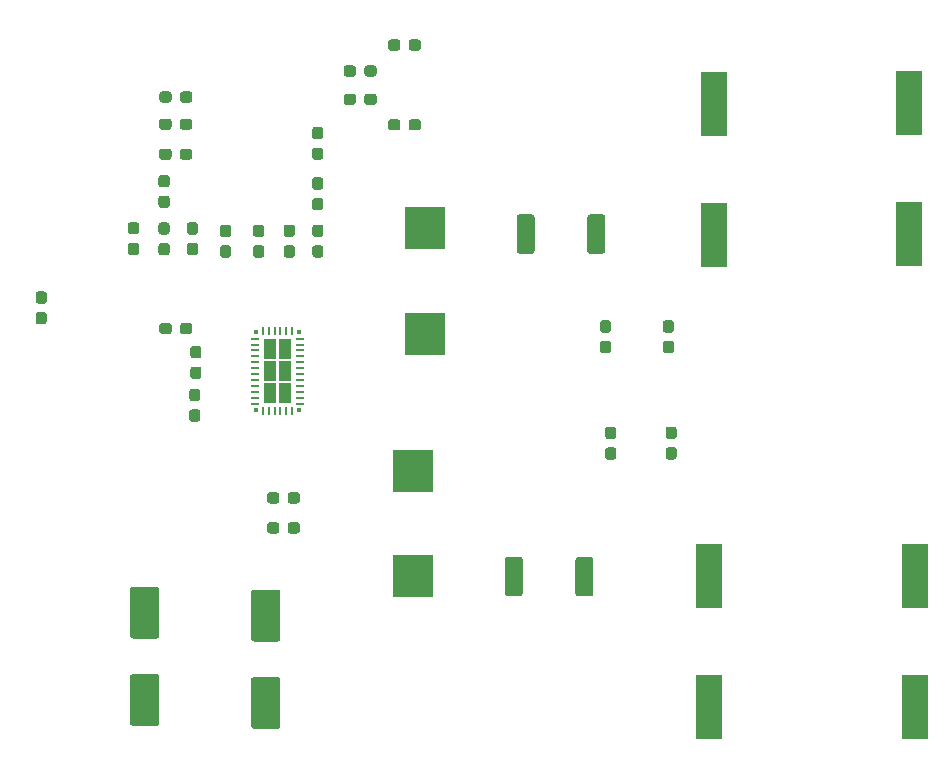
<source format=gtp>
%TF.GenerationSoftware,KiCad,Pcbnew,(5.1.6)-1*%
%TF.CreationDate,2020-11-07T14:41:46+05:30*%
%TF.ProjectId,LT8652,4c543836-3532-42e6-9b69-6361645f7063,rev?*%
%TF.SameCoordinates,Original*%
%TF.FileFunction,Paste,Top*%
%TF.FilePolarity,Positive*%
%FSLAX46Y46*%
G04 Gerber Fmt 4.6, Leading zero omitted, Abs format (unit mm)*
G04 Created by KiCad (PCBNEW (5.1.6)-1) date 2020-11-07 14:41:46*
%MOMM*%
%LPD*%
G01*
G04 APERTURE LIST*
%ADD10R,0.700000X0.250000*%
%ADD11R,0.250000X0.700000*%
%ADD12R,1.100000X1.670000*%
%ADD13R,0.375000X0.375000*%
%ADD14R,2.200000X5.500000*%
%ADD15R,3.500000X3.550000*%
G04 APERTURE END LIST*
%TO.C,R14*%
G36*
G01*
X175225000Y-128425001D02*
X175225000Y-125574999D01*
G75*
G02*
X175474999Y-125325000I249999J0D01*
G01*
X176500001Y-125325000D01*
G75*
G02*
X176750000Y-125574999I0J-249999D01*
G01*
X176750000Y-128425001D01*
G75*
G02*
X176500001Y-128675000I-249999J0D01*
G01*
X175474999Y-128675000D01*
G75*
G02*
X175225000Y-128425001I0J249999D01*
G01*
G37*
G36*
G01*
X169250000Y-128425001D02*
X169250000Y-125574999D01*
G75*
G02*
X169499999Y-125325000I249999J0D01*
G01*
X170525001Y-125325000D01*
G75*
G02*
X170775000Y-125574999I0J-249999D01*
G01*
X170775000Y-128425001D01*
G75*
G02*
X170525001Y-128675000I-249999J0D01*
G01*
X169499999Y-128675000D01*
G75*
G02*
X169250000Y-128425001I0J249999D01*
G01*
G37*
%TD*%
%TO.C,R13*%
G36*
G01*
X176225000Y-99425001D02*
X176225000Y-96574999D01*
G75*
G02*
X176474999Y-96325000I249999J0D01*
G01*
X177500001Y-96325000D01*
G75*
G02*
X177750000Y-96574999I0J-249999D01*
G01*
X177750000Y-99425001D01*
G75*
G02*
X177500001Y-99675000I-249999J0D01*
G01*
X176474999Y-99675000D01*
G75*
G02*
X176225000Y-99425001I0J249999D01*
G01*
G37*
G36*
G01*
X170250000Y-99425001D02*
X170250000Y-96574999D01*
G75*
G02*
X170499999Y-96325000I249999J0D01*
G01*
X171525001Y-96325000D01*
G75*
G02*
X171775000Y-96574999I0J-249999D01*
G01*
X171775000Y-99425001D01*
G75*
G02*
X171525001Y-99675000I-249999J0D01*
G01*
X170499999Y-99675000D01*
G75*
G02*
X170250000Y-99425001I0J249999D01*
G01*
G37*
%TD*%
D10*
%TO.C,IC1*%
X148100001Y-106855000D03*
X148100001Y-107355000D03*
X148100001Y-107855000D03*
X148100001Y-108355000D03*
X148100001Y-108855000D03*
X148100001Y-109355000D03*
X148100001Y-109855000D03*
X148100001Y-110355000D03*
X148100001Y-110855000D03*
X148100001Y-111355000D03*
X148100001Y-111855000D03*
X148100001Y-112355000D03*
D11*
X148750001Y-113005000D03*
X149250001Y-113005000D03*
X149750001Y-113005000D03*
X150250001Y-113005000D03*
X150750001Y-113005000D03*
X151250001Y-113005000D03*
D10*
X151900001Y-112355000D03*
X151900001Y-111855000D03*
X151900001Y-111355000D03*
X151900001Y-110855000D03*
X151900001Y-110355000D03*
X151900001Y-109855000D03*
X151900001Y-109355000D03*
X151900001Y-108855000D03*
X151900001Y-108355000D03*
X151900001Y-107855000D03*
X151900001Y-107355000D03*
X151900001Y-106855000D03*
D11*
X151250001Y-106205000D03*
X150750001Y-106205000D03*
X150250001Y-106205000D03*
X149750001Y-106205000D03*
X149250001Y-106205000D03*
X148750001Y-106205000D03*
D12*
X149350001Y-107735000D03*
X150650001Y-107735000D03*
X149350001Y-109605000D03*
X150650001Y-109605000D03*
X149350001Y-111475000D03*
X150650001Y-111475000D03*
D13*
X148187001Y-106292000D03*
X148187001Y-112918000D03*
X151813001Y-112918000D03*
X151813001Y-106292000D03*
%TD*%
%TO.C,R8*%
G36*
G01*
X145837500Y-98250000D02*
X145362500Y-98250000D01*
G75*
G02*
X145125000Y-98012500I0J237500D01*
G01*
X145125000Y-97437500D01*
G75*
G02*
X145362500Y-97200000I237500J0D01*
G01*
X145837500Y-97200000D01*
G75*
G02*
X146075000Y-97437500I0J-237500D01*
G01*
X146075000Y-98012500D01*
G75*
G02*
X145837500Y-98250000I-237500J0D01*
G01*
G37*
G36*
G01*
X145837500Y-100000000D02*
X145362500Y-100000000D01*
G75*
G02*
X145125000Y-99762500I0J237500D01*
G01*
X145125000Y-99187500D01*
G75*
G02*
X145362500Y-98950000I237500J0D01*
G01*
X145837500Y-98950000D01*
G75*
G02*
X146075000Y-99187500I0J-237500D01*
G01*
X146075000Y-99762500D01*
G75*
G02*
X145837500Y-100000000I-237500J0D01*
G01*
G37*
%TD*%
%TO.C,C21*%
G36*
G01*
X142762500Y-112850000D02*
X143237500Y-112850000D01*
G75*
G02*
X143475000Y-113087500I0J-237500D01*
G01*
X143475000Y-113662500D01*
G75*
G02*
X143237500Y-113900000I-237500J0D01*
G01*
X142762500Y-113900000D01*
G75*
G02*
X142525000Y-113662500I0J237500D01*
G01*
X142525000Y-113087500D01*
G75*
G02*
X142762500Y-112850000I237500J0D01*
G01*
G37*
G36*
G01*
X142762500Y-111100000D02*
X143237500Y-111100000D01*
G75*
G02*
X143475000Y-111337500I0J-237500D01*
G01*
X143475000Y-111912500D01*
G75*
G02*
X143237500Y-112150000I-237500J0D01*
G01*
X142762500Y-112150000D01*
G75*
G02*
X142525000Y-111912500I0J237500D01*
G01*
X142525000Y-111337500D01*
G75*
G02*
X142762500Y-111100000I237500J0D01*
G01*
G37*
%TD*%
%TO.C,C20*%
G36*
G01*
X137750000Y-135250000D02*
X139750000Y-135250000D01*
G75*
G02*
X140000000Y-135500000I0J-250000D01*
G01*
X140000000Y-139400000D01*
G75*
G02*
X139750000Y-139650000I-250000J0D01*
G01*
X137750000Y-139650000D01*
G75*
G02*
X137500000Y-139400000I0J250000D01*
G01*
X137500000Y-135500000D01*
G75*
G02*
X137750000Y-135250000I250000J0D01*
G01*
G37*
G36*
G01*
X137750000Y-127850000D02*
X139750000Y-127850000D01*
G75*
G02*
X140000000Y-128100000I0J-250000D01*
G01*
X140000000Y-132000000D01*
G75*
G02*
X139750000Y-132250000I-250000J0D01*
G01*
X137750000Y-132250000D01*
G75*
G02*
X137500000Y-132000000I0J250000D01*
G01*
X137500000Y-128100000D01*
G75*
G02*
X137750000Y-127850000I250000J0D01*
G01*
G37*
%TD*%
D14*
%TO.C,C19*%
X204000000Y-138050000D03*
X204000000Y-126950000D03*
%TD*%
%TO.C,C18*%
X203500000Y-86890000D03*
X203500000Y-97990000D03*
%TD*%
%TO.C,C17*%
G36*
G01*
X178447500Y-115360000D02*
X177972500Y-115360000D01*
G75*
G02*
X177735000Y-115122500I0J237500D01*
G01*
X177735000Y-114547500D01*
G75*
G02*
X177972500Y-114310000I237500J0D01*
G01*
X178447500Y-114310000D01*
G75*
G02*
X178685000Y-114547500I0J-237500D01*
G01*
X178685000Y-115122500D01*
G75*
G02*
X178447500Y-115360000I-237500J0D01*
G01*
G37*
G36*
G01*
X178447500Y-117110000D02*
X177972500Y-117110000D01*
G75*
G02*
X177735000Y-116872500I0J237500D01*
G01*
X177735000Y-116297500D01*
G75*
G02*
X177972500Y-116060000I237500J0D01*
G01*
X178447500Y-116060000D01*
G75*
G02*
X178685000Y-116297500I0J-237500D01*
G01*
X178685000Y-116872500D01*
G75*
G02*
X178447500Y-117110000I-237500J0D01*
G01*
G37*
%TD*%
%TO.C,C16*%
G36*
G01*
X182862500Y-107050000D02*
X183337500Y-107050000D01*
G75*
G02*
X183575000Y-107287500I0J-237500D01*
G01*
X183575000Y-107862500D01*
G75*
G02*
X183337500Y-108100000I-237500J0D01*
G01*
X182862500Y-108100000D01*
G75*
G02*
X182625000Y-107862500I0J237500D01*
G01*
X182625000Y-107287500D01*
G75*
G02*
X182862500Y-107050000I237500J0D01*
G01*
G37*
G36*
G01*
X182862500Y-105300000D02*
X183337500Y-105300000D01*
G75*
G02*
X183575000Y-105537500I0J-237500D01*
G01*
X183575000Y-106112500D01*
G75*
G02*
X183337500Y-106350000I-237500J0D01*
G01*
X182862500Y-106350000D01*
G75*
G02*
X182625000Y-106112500I0J237500D01*
G01*
X182625000Y-105537500D01*
G75*
G02*
X182862500Y-105300000I237500J0D01*
G01*
G37*
%TD*%
%TO.C,C14*%
G36*
G01*
X148000000Y-135500000D02*
X150000000Y-135500000D01*
G75*
G02*
X150250000Y-135750000I0J-250000D01*
G01*
X150250000Y-139650000D01*
G75*
G02*
X150000000Y-139900000I-250000J0D01*
G01*
X148000000Y-139900000D01*
G75*
G02*
X147750000Y-139650000I0J250000D01*
G01*
X147750000Y-135750000D01*
G75*
G02*
X148000000Y-135500000I250000J0D01*
G01*
G37*
G36*
G01*
X148000000Y-128100000D02*
X150000000Y-128100000D01*
G75*
G02*
X150250000Y-128350000I0J-250000D01*
G01*
X150250000Y-132250000D01*
G75*
G02*
X150000000Y-132500000I-250000J0D01*
G01*
X148000000Y-132500000D01*
G75*
G02*
X147750000Y-132250000I0J250000D01*
G01*
X147750000Y-128350000D01*
G75*
G02*
X148000000Y-128100000I250000J0D01*
G01*
G37*
%TD*%
%TO.C,C6*%
G36*
G01*
X177532500Y-107050000D02*
X178007500Y-107050000D01*
G75*
G02*
X178245000Y-107287500I0J-237500D01*
G01*
X178245000Y-107862500D01*
G75*
G02*
X178007500Y-108100000I-237500J0D01*
G01*
X177532500Y-108100000D01*
G75*
G02*
X177295000Y-107862500I0J237500D01*
G01*
X177295000Y-107287500D01*
G75*
G02*
X177532500Y-107050000I237500J0D01*
G01*
G37*
G36*
G01*
X177532500Y-105300000D02*
X178007500Y-105300000D01*
G75*
G02*
X178245000Y-105537500I0J-237500D01*
G01*
X178245000Y-106112500D01*
G75*
G02*
X178007500Y-106350000I-237500J0D01*
G01*
X177532500Y-106350000D01*
G75*
G02*
X177295000Y-106112500I0J237500D01*
G01*
X177295000Y-105537500D01*
G75*
G02*
X177532500Y-105300000I237500J0D01*
G01*
G37*
%TD*%
%TO.C,R12*%
G36*
G01*
X153637500Y-89975000D02*
X153162500Y-89975000D01*
G75*
G02*
X152925000Y-89737500I0J237500D01*
G01*
X152925000Y-89162500D01*
G75*
G02*
X153162500Y-88925000I237500J0D01*
G01*
X153637500Y-88925000D01*
G75*
G02*
X153875000Y-89162500I0J-237500D01*
G01*
X153875000Y-89737500D01*
G75*
G02*
X153637500Y-89975000I-237500J0D01*
G01*
G37*
G36*
G01*
X153637500Y-91725000D02*
X153162500Y-91725000D01*
G75*
G02*
X152925000Y-91487500I0J237500D01*
G01*
X152925000Y-90912500D01*
G75*
G02*
X153162500Y-90675000I237500J0D01*
G01*
X153637500Y-90675000D01*
G75*
G02*
X153875000Y-90912500I0J-237500D01*
G01*
X153875000Y-91487500D01*
G75*
G02*
X153637500Y-91725000I-237500J0D01*
G01*
G37*
%TD*%
%TO.C,R11*%
G36*
G01*
X141050000Y-86162500D02*
X141050000Y-86637500D01*
G75*
G02*
X140812500Y-86875000I-237500J0D01*
G01*
X140237500Y-86875000D01*
G75*
G02*
X140000000Y-86637500I0J237500D01*
G01*
X140000000Y-86162500D01*
G75*
G02*
X140237500Y-85925000I237500J0D01*
G01*
X140812500Y-85925000D01*
G75*
G02*
X141050000Y-86162500I0J-237500D01*
G01*
G37*
G36*
G01*
X142800000Y-86162500D02*
X142800000Y-86637500D01*
G75*
G02*
X142562500Y-86875000I-237500J0D01*
G01*
X141987500Y-86875000D01*
G75*
G02*
X141750000Y-86637500I0J237500D01*
G01*
X141750000Y-86162500D01*
G75*
G02*
X141987500Y-85925000I237500J0D01*
G01*
X142562500Y-85925000D01*
G75*
G02*
X142800000Y-86162500I0J-237500D01*
G01*
G37*
%TD*%
%TO.C,C11*%
G36*
G01*
X183567500Y-115350000D02*
X183092500Y-115350000D01*
G75*
G02*
X182855000Y-115112500I0J237500D01*
G01*
X182855000Y-114537500D01*
G75*
G02*
X183092500Y-114300000I237500J0D01*
G01*
X183567500Y-114300000D01*
G75*
G02*
X183805000Y-114537500I0J-237500D01*
G01*
X183805000Y-115112500D01*
G75*
G02*
X183567500Y-115350000I-237500J0D01*
G01*
G37*
G36*
G01*
X183567500Y-117100000D02*
X183092500Y-117100000D01*
G75*
G02*
X182855000Y-116862500I0J237500D01*
G01*
X182855000Y-116287500D01*
G75*
G02*
X183092500Y-116050000I237500J0D01*
G01*
X183567500Y-116050000D01*
G75*
G02*
X183805000Y-116287500I0J-237500D01*
G01*
X183805000Y-116862500D01*
G75*
G02*
X183567500Y-117100000I-237500J0D01*
G01*
G37*
%TD*%
%TO.C,R9*%
G36*
G01*
X130237500Y-103900000D02*
X129762500Y-103900000D01*
G75*
G02*
X129525000Y-103662500I0J237500D01*
G01*
X129525000Y-103087500D01*
G75*
G02*
X129762500Y-102850000I237500J0D01*
G01*
X130237500Y-102850000D01*
G75*
G02*
X130475000Y-103087500I0J-237500D01*
G01*
X130475000Y-103662500D01*
G75*
G02*
X130237500Y-103900000I-237500J0D01*
G01*
G37*
G36*
G01*
X130237500Y-105650000D02*
X129762500Y-105650000D01*
G75*
G02*
X129525000Y-105412500I0J237500D01*
G01*
X129525000Y-104837500D01*
G75*
G02*
X129762500Y-104600000I237500J0D01*
G01*
X130237500Y-104600000D01*
G75*
G02*
X130475000Y-104837500I0J-237500D01*
G01*
X130475000Y-105412500D01*
G75*
G02*
X130237500Y-105650000I-237500J0D01*
G01*
G37*
%TD*%
%TO.C,R3*%
G36*
G01*
X160400000Y-88512500D02*
X160400000Y-88987500D01*
G75*
G02*
X160162500Y-89225000I-237500J0D01*
G01*
X159587500Y-89225000D01*
G75*
G02*
X159350000Y-88987500I0J237500D01*
G01*
X159350000Y-88512500D01*
G75*
G02*
X159587500Y-88275000I237500J0D01*
G01*
X160162500Y-88275000D01*
G75*
G02*
X160400000Y-88512500I0J-237500D01*
G01*
G37*
G36*
G01*
X162150000Y-88512500D02*
X162150000Y-88987500D01*
G75*
G02*
X161912500Y-89225000I-237500J0D01*
G01*
X161337500Y-89225000D01*
G75*
G02*
X161100000Y-88987500I0J237500D01*
G01*
X161100000Y-88512500D01*
G75*
G02*
X161337500Y-88275000I237500J0D01*
G01*
X161912500Y-88275000D01*
G75*
G02*
X162150000Y-88512500I0J-237500D01*
G01*
G37*
%TD*%
%TO.C,C15*%
G36*
G01*
X143327500Y-108525000D02*
X142852500Y-108525000D01*
G75*
G02*
X142615000Y-108287500I0J237500D01*
G01*
X142615000Y-107712500D01*
G75*
G02*
X142852500Y-107475000I237500J0D01*
G01*
X143327500Y-107475000D01*
G75*
G02*
X143565000Y-107712500I0J-237500D01*
G01*
X143565000Y-108287500D01*
G75*
G02*
X143327500Y-108525000I-237500J0D01*
G01*
G37*
G36*
G01*
X143327500Y-110275000D02*
X142852500Y-110275000D01*
G75*
G02*
X142615000Y-110037500I0J237500D01*
G01*
X142615000Y-109462500D01*
G75*
G02*
X142852500Y-109225000I237500J0D01*
G01*
X143327500Y-109225000D01*
G75*
G02*
X143565000Y-109462500I0J-237500D01*
G01*
X143565000Y-110037500D01*
G75*
G02*
X143327500Y-110275000I-237500J0D01*
G01*
G37*
%TD*%
%TO.C,C10*%
G36*
G01*
X153637500Y-96000000D02*
X153162500Y-96000000D01*
G75*
G02*
X152925000Y-95762500I0J237500D01*
G01*
X152925000Y-95187500D01*
G75*
G02*
X153162500Y-94950000I237500J0D01*
G01*
X153637500Y-94950000D01*
G75*
G02*
X153875000Y-95187500I0J-237500D01*
G01*
X153875000Y-95762500D01*
G75*
G02*
X153637500Y-96000000I-237500J0D01*
G01*
G37*
G36*
G01*
X153637500Y-94250000D02*
X153162500Y-94250000D01*
G75*
G02*
X152925000Y-94012500I0J237500D01*
G01*
X152925000Y-93437500D01*
G75*
G02*
X153162500Y-93200000I237500J0D01*
G01*
X153637500Y-93200000D01*
G75*
G02*
X153875000Y-93437500I0J-237500D01*
G01*
X153875000Y-94012500D01*
G75*
G02*
X153637500Y-94250000I-237500J0D01*
G01*
G37*
%TD*%
%TO.C,C1*%
G36*
G01*
X141730000Y-91477500D02*
X141730000Y-91002500D01*
G75*
G02*
X141967500Y-90765000I237500J0D01*
G01*
X142542500Y-90765000D01*
G75*
G02*
X142780000Y-91002500I0J-237500D01*
G01*
X142780000Y-91477500D01*
G75*
G02*
X142542500Y-91715000I-237500J0D01*
G01*
X141967500Y-91715000D01*
G75*
G02*
X141730000Y-91477500I0J237500D01*
G01*
G37*
G36*
G01*
X139980000Y-91477500D02*
X139980000Y-91002500D01*
G75*
G02*
X140217500Y-90765000I237500J0D01*
G01*
X140792500Y-90765000D01*
G75*
G02*
X141030000Y-91002500I0J-237500D01*
G01*
X141030000Y-91477500D01*
G75*
G02*
X140792500Y-91715000I-237500J0D01*
G01*
X140217500Y-91715000D01*
G75*
G02*
X139980000Y-91477500I0J237500D01*
G01*
G37*
%TD*%
%TO.C,C5*%
G36*
G01*
X143037500Y-99800000D02*
X142562500Y-99800000D01*
G75*
G02*
X142325000Y-99562500I0J237500D01*
G01*
X142325000Y-98987500D01*
G75*
G02*
X142562500Y-98750000I237500J0D01*
G01*
X143037500Y-98750000D01*
G75*
G02*
X143275000Y-98987500I0J-237500D01*
G01*
X143275000Y-99562500D01*
G75*
G02*
X143037500Y-99800000I-237500J0D01*
G01*
G37*
G36*
G01*
X143037500Y-98050000D02*
X142562500Y-98050000D01*
G75*
G02*
X142325000Y-97812500I0J237500D01*
G01*
X142325000Y-97237500D01*
G75*
G02*
X142562500Y-97000000I237500J0D01*
G01*
X143037500Y-97000000D01*
G75*
G02*
X143275000Y-97237500I0J-237500D01*
G01*
X143275000Y-97812500D01*
G75*
G02*
X143037500Y-98050000I-237500J0D01*
G01*
G37*
%TD*%
%TO.C,R6*%
G36*
G01*
X153657500Y-100000000D02*
X153182500Y-100000000D01*
G75*
G02*
X152945000Y-99762500I0J237500D01*
G01*
X152945000Y-99187500D01*
G75*
G02*
X153182500Y-98950000I237500J0D01*
G01*
X153657500Y-98950000D01*
G75*
G02*
X153895000Y-99187500I0J-237500D01*
G01*
X153895000Y-99762500D01*
G75*
G02*
X153657500Y-100000000I-237500J0D01*
G01*
G37*
G36*
G01*
X153657500Y-98250000D02*
X153182500Y-98250000D01*
G75*
G02*
X152945000Y-98012500I0J237500D01*
G01*
X152945000Y-97437500D01*
G75*
G02*
X153182500Y-97200000I237500J0D01*
G01*
X153657500Y-97200000D01*
G75*
G02*
X153895000Y-97437500I0J-237500D01*
G01*
X153895000Y-98012500D01*
G75*
G02*
X153657500Y-98250000I-237500J0D01*
G01*
G37*
%TD*%
%TO.C,C2*%
G36*
G01*
X139980000Y-88937500D02*
X139980000Y-88462500D01*
G75*
G02*
X140217500Y-88225000I237500J0D01*
G01*
X140792500Y-88225000D01*
G75*
G02*
X141030000Y-88462500I0J-237500D01*
G01*
X141030000Y-88937500D01*
G75*
G02*
X140792500Y-89175000I-237500J0D01*
G01*
X140217500Y-89175000D01*
G75*
G02*
X139980000Y-88937500I0J237500D01*
G01*
G37*
G36*
G01*
X141730000Y-88937500D02*
X141730000Y-88462500D01*
G75*
G02*
X141967500Y-88225000I237500J0D01*
G01*
X142542500Y-88225000D01*
G75*
G02*
X142780000Y-88462500I0J-237500D01*
G01*
X142780000Y-88937500D01*
G75*
G02*
X142542500Y-89175000I-237500J0D01*
G01*
X141967500Y-89175000D01*
G75*
G02*
X141730000Y-88937500I0J237500D01*
G01*
G37*
%TD*%
%TO.C,C7*%
G36*
G01*
X151237500Y-98250000D02*
X150762500Y-98250000D01*
G75*
G02*
X150525000Y-98012500I0J237500D01*
G01*
X150525000Y-97437500D01*
G75*
G02*
X150762500Y-97200000I237500J0D01*
G01*
X151237500Y-97200000D01*
G75*
G02*
X151475000Y-97437500I0J-237500D01*
G01*
X151475000Y-98012500D01*
G75*
G02*
X151237500Y-98250000I-237500J0D01*
G01*
G37*
G36*
G01*
X151237500Y-100000000D02*
X150762500Y-100000000D01*
G75*
G02*
X150525000Y-99762500I0J237500D01*
G01*
X150525000Y-99187500D01*
G75*
G02*
X150762500Y-98950000I237500J0D01*
G01*
X151237500Y-98950000D01*
G75*
G02*
X151475000Y-99187500I0J-237500D01*
G01*
X151475000Y-99762500D01*
G75*
G02*
X151237500Y-100000000I-237500J0D01*
G01*
G37*
%TD*%
%TO.C,C8*%
G36*
G01*
X140637500Y-95800000D02*
X140162500Y-95800000D01*
G75*
G02*
X139925000Y-95562500I0J237500D01*
G01*
X139925000Y-94987500D01*
G75*
G02*
X140162500Y-94750000I237500J0D01*
G01*
X140637500Y-94750000D01*
G75*
G02*
X140875000Y-94987500I0J-237500D01*
G01*
X140875000Y-95562500D01*
G75*
G02*
X140637500Y-95800000I-237500J0D01*
G01*
G37*
G36*
G01*
X140637500Y-94050000D02*
X140162500Y-94050000D01*
G75*
G02*
X139925000Y-93812500I0J237500D01*
G01*
X139925000Y-93237500D01*
G75*
G02*
X140162500Y-93000000I237500J0D01*
G01*
X140637500Y-93000000D01*
G75*
G02*
X140875000Y-93237500I0J-237500D01*
G01*
X140875000Y-93812500D01*
G75*
G02*
X140637500Y-94050000I-237500J0D01*
G01*
G37*
%TD*%
%TO.C,C9*%
G36*
G01*
X156650000Y-86362500D02*
X156650000Y-86837500D01*
G75*
G02*
X156412500Y-87075000I-237500J0D01*
G01*
X155837500Y-87075000D01*
G75*
G02*
X155600000Y-86837500I0J237500D01*
G01*
X155600000Y-86362500D01*
G75*
G02*
X155837500Y-86125000I237500J0D01*
G01*
X156412500Y-86125000D01*
G75*
G02*
X156650000Y-86362500I0J-237500D01*
G01*
G37*
G36*
G01*
X158400000Y-86362500D02*
X158400000Y-86837500D01*
G75*
G02*
X158162500Y-87075000I-237500J0D01*
G01*
X157587500Y-87075000D01*
G75*
G02*
X157350000Y-86837500I0J237500D01*
G01*
X157350000Y-86362500D01*
G75*
G02*
X157587500Y-86125000I237500J0D01*
G01*
X158162500Y-86125000D01*
G75*
G02*
X158400000Y-86362500I0J-237500D01*
G01*
G37*
%TD*%
%TO.C,C12*%
X186500000Y-126950000D03*
X186500000Y-138050000D03*
%TD*%
%TO.C,C13*%
X187000000Y-86950000D03*
X187000000Y-98050000D03*
%TD*%
%TO.C,R4*%
G36*
G01*
X140637500Y-99800000D02*
X140162500Y-99800000D01*
G75*
G02*
X139925000Y-99562500I0J237500D01*
G01*
X139925000Y-98987500D01*
G75*
G02*
X140162500Y-98750000I237500J0D01*
G01*
X140637500Y-98750000D01*
G75*
G02*
X140875000Y-98987500I0J-237500D01*
G01*
X140875000Y-99562500D01*
G75*
G02*
X140637500Y-99800000I-237500J0D01*
G01*
G37*
G36*
G01*
X140637500Y-98050000D02*
X140162500Y-98050000D01*
G75*
G02*
X139925000Y-97812500I0J237500D01*
G01*
X139925000Y-97237500D01*
G75*
G02*
X140162500Y-97000000I237500J0D01*
G01*
X140637500Y-97000000D01*
G75*
G02*
X140875000Y-97237500I0J-237500D01*
G01*
X140875000Y-97812500D01*
G75*
G02*
X140637500Y-98050000I-237500J0D01*
G01*
G37*
%TD*%
%TO.C,R7*%
G36*
G01*
X158400000Y-83962500D02*
X158400000Y-84437500D01*
G75*
G02*
X158162500Y-84675000I-237500J0D01*
G01*
X157587500Y-84675000D01*
G75*
G02*
X157350000Y-84437500I0J237500D01*
G01*
X157350000Y-83962500D01*
G75*
G02*
X157587500Y-83725000I237500J0D01*
G01*
X158162500Y-83725000D01*
G75*
G02*
X158400000Y-83962500I0J-237500D01*
G01*
G37*
G36*
G01*
X156650000Y-83962500D02*
X156650000Y-84437500D01*
G75*
G02*
X156412500Y-84675000I-237500J0D01*
G01*
X155837500Y-84675000D01*
G75*
G02*
X155600000Y-84437500I0J237500D01*
G01*
X155600000Y-83962500D01*
G75*
G02*
X155837500Y-83725000I237500J0D01*
G01*
X156412500Y-83725000D01*
G75*
G02*
X156650000Y-83962500I0J-237500D01*
G01*
G37*
%TD*%
%TO.C,C3*%
G36*
G01*
X138047500Y-98030000D02*
X137572500Y-98030000D01*
G75*
G02*
X137335000Y-97792500I0J237500D01*
G01*
X137335000Y-97217500D01*
G75*
G02*
X137572500Y-96980000I237500J0D01*
G01*
X138047500Y-96980000D01*
G75*
G02*
X138285000Y-97217500I0J-237500D01*
G01*
X138285000Y-97792500D01*
G75*
G02*
X138047500Y-98030000I-237500J0D01*
G01*
G37*
G36*
G01*
X138047500Y-99780000D02*
X137572500Y-99780000D01*
G75*
G02*
X137335000Y-99542500I0J237500D01*
G01*
X137335000Y-98967500D01*
G75*
G02*
X137572500Y-98730000I237500J0D01*
G01*
X138047500Y-98730000D01*
G75*
G02*
X138285000Y-98967500I0J-237500D01*
G01*
X138285000Y-99542500D01*
G75*
G02*
X138047500Y-99780000I-237500J0D01*
G01*
G37*
%TD*%
%TO.C,C4*%
G36*
G01*
X149110000Y-123117500D02*
X149110000Y-122642500D01*
G75*
G02*
X149347500Y-122405000I237500J0D01*
G01*
X149922500Y-122405000D01*
G75*
G02*
X150160000Y-122642500I0J-237500D01*
G01*
X150160000Y-123117500D01*
G75*
G02*
X149922500Y-123355000I-237500J0D01*
G01*
X149347500Y-123355000D01*
G75*
G02*
X149110000Y-123117500I0J237500D01*
G01*
G37*
G36*
G01*
X150860000Y-123117500D02*
X150860000Y-122642500D01*
G75*
G02*
X151097500Y-122405000I237500J0D01*
G01*
X151672500Y-122405000D01*
G75*
G02*
X151910000Y-122642500I0J-237500D01*
G01*
X151910000Y-123117500D01*
G75*
G02*
X151672500Y-123355000I-237500J0D01*
G01*
X151097500Y-123355000D01*
G75*
G02*
X150860000Y-123117500I0J237500D01*
G01*
G37*
%TD*%
%TO.C,R1*%
G36*
G01*
X142800000Y-105762500D02*
X142800000Y-106237500D01*
G75*
G02*
X142562500Y-106475000I-237500J0D01*
G01*
X141987500Y-106475000D01*
G75*
G02*
X141750000Y-106237500I0J237500D01*
G01*
X141750000Y-105762500D01*
G75*
G02*
X141987500Y-105525000I237500J0D01*
G01*
X142562500Y-105525000D01*
G75*
G02*
X142800000Y-105762500I0J-237500D01*
G01*
G37*
G36*
G01*
X141050000Y-105762500D02*
X141050000Y-106237500D01*
G75*
G02*
X140812500Y-106475000I-237500J0D01*
G01*
X140237500Y-106475000D01*
G75*
G02*
X140000000Y-106237500I0J237500D01*
G01*
X140000000Y-105762500D01*
G75*
G02*
X140237500Y-105525000I237500J0D01*
G01*
X140812500Y-105525000D01*
G75*
G02*
X141050000Y-105762500I0J-237500D01*
G01*
G37*
%TD*%
%TO.C,R2*%
G36*
G01*
X150160000Y-120102500D02*
X150160000Y-120577500D01*
G75*
G02*
X149922500Y-120815000I-237500J0D01*
G01*
X149347500Y-120815000D01*
G75*
G02*
X149110000Y-120577500I0J237500D01*
G01*
X149110000Y-120102500D01*
G75*
G02*
X149347500Y-119865000I237500J0D01*
G01*
X149922500Y-119865000D01*
G75*
G02*
X150160000Y-120102500I0J-237500D01*
G01*
G37*
G36*
G01*
X151910000Y-120102500D02*
X151910000Y-120577500D01*
G75*
G02*
X151672500Y-120815000I-237500J0D01*
G01*
X151097500Y-120815000D01*
G75*
G02*
X150860000Y-120577500I0J237500D01*
G01*
X150860000Y-120102500D01*
G75*
G02*
X151097500Y-119865000I237500J0D01*
G01*
X151672500Y-119865000D01*
G75*
G02*
X151910000Y-120102500I0J-237500D01*
G01*
G37*
%TD*%
%TO.C,R5*%
G36*
G01*
X148637500Y-100000000D02*
X148162500Y-100000000D01*
G75*
G02*
X147925000Y-99762500I0J237500D01*
G01*
X147925000Y-99187500D01*
G75*
G02*
X148162500Y-98950000I237500J0D01*
G01*
X148637500Y-98950000D01*
G75*
G02*
X148875000Y-99187500I0J-237500D01*
G01*
X148875000Y-99762500D01*
G75*
G02*
X148637500Y-100000000I-237500J0D01*
G01*
G37*
G36*
G01*
X148637500Y-98250000D02*
X148162500Y-98250000D01*
G75*
G02*
X147925000Y-98012500I0J237500D01*
G01*
X147925000Y-97437500D01*
G75*
G02*
X148162500Y-97200000I237500J0D01*
G01*
X148637500Y-97200000D01*
G75*
G02*
X148875000Y-97437500I0J-237500D01*
G01*
X148875000Y-98012500D01*
G75*
G02*
X148637500Y-98250000I-237500J0D01*
G01*
G37*
%TD*%
D15*
%TO.C,L1*%
X162500000Y-97525000D03*
X162500000Y-106475000D03*
%TD*%
%TO.C,L2*%
X161500000Y-118025000D03*
X161500000Y-126975000D03*
%TD*%
%TO.C,R10*%
G36*
G01*
X162150000Y-81762500D02*
X162150000Y-82237500D01*
G75*
G02*
X161912500Y-82475000I-237500J0D01*
G01*
X161337500Y-82475000D01*
G75*
G02*
X161100000Y-82237500I0J237500D01*
G01*
X161100000Y-81762500D01*
G75*
G02*
X161337500Y-81525000I237500J0D01*
G01*
X161912500Y-81525000D01*
G75*
G02*
X162150000Y-81762500I0J-237500D01*
G01*
G37*
G36*
G01*
X160400000Y-81762500D02*
X160400000Y-82237500D01*
G75*
G02*
X160162500Y-82475000I-237500J0D01*
G01*
X159587500Y-82475000D01*
G75*
G02*
X159350000Y-82237500I0J237500D01*
G01*
X159350000Y-81762500D01*
G75*
G02*
X159587500Y-81525000I237500J0D01*
G01*
X160162500Y-81525000D01*
G75*
G02*
X160400000Y-81762500I0J-237500D01*
G01*
G37*
%TD*%
M02*

</source>
